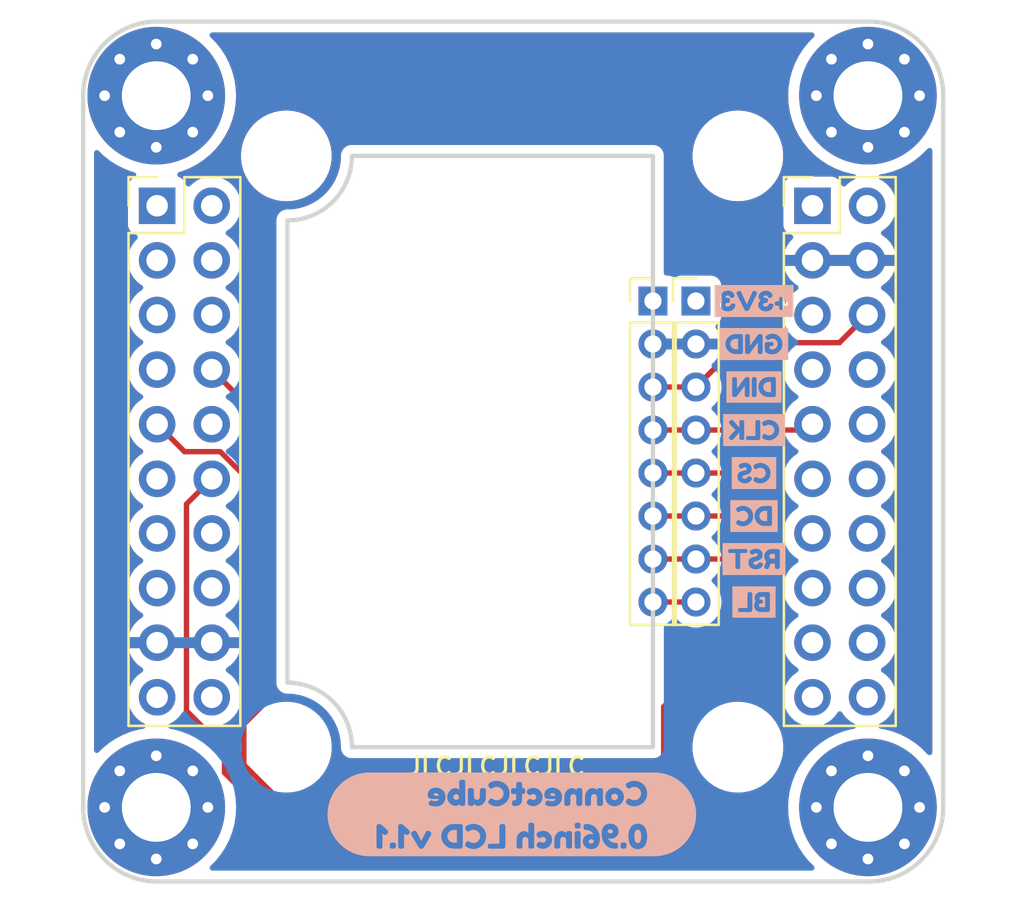
<source format=kicad_pcb>
(kicad_pcb (version 20211014) (generator pcbnew)
  (layers (0 "F.Cu" signal) (1 "In1.Cu" signal) (2 "In2.Cu" signal) (3 "In3.Cu" signal) (4 "In4.Cu" signal) (31 "B.Cu" signal) (34 "B.Paste" user) (35 "F.Paste" user) (36 "B.SilkS" user "B.Silkscreen") (37 "F.SilkS" user "F.Silkscreen") (38 "B.Mask" user) (39 "F.Mask" user) (44 "Edge.Cuts" user))
  (net 0 "")
  (net 1 "+5V")
  (net 2 "/EN")
  (net 3 "/IO34")
  (net 4 "/IO32")
  (net 5 "/IO35")
  (net 6 "/IO25")
  (net 7 "/IO33")
  (net 8 "/IO26")
  (net 9 "/IO12")
  (net 10 "GND")
  (net 11 "+3V3")
  (net 12 "/DIN")
  (net 13 "/CLK")
  (net 14 "/CS")
  (net 15 "/DC")
  (net 16 "/TXD0")
  (net 17 "/IO21")
  (net 18 "/RXD0")
  (net 19 "/IO19")
  (net 20 "/IO17")
  (net 21 "/IO5")
  (net 22 "/IO4")
  (net 23 "/IO16")
  (net 24 "/IO2")
  (net 25 "/IO0")
  (net 26 "/IO15")
  (net 27 "/IO13")
  (net 32 "/BL")
  (footprint "Connector_PinHeader_2.00mm:PinHeader_1x08_P2.00mm_Vertical" (layer "F.Cu") (at 85.55 95.25)
    (fp_text reference "J4" hide)
    (fp_text value "Conn_01x08_Male")
    (pad "1" thru_hole rect locked (at 0 0) (size 1.35 1.35) (drill 0.8) (layers *.Cu *.Mask) (net 11 "+3V3"))
    (pad "2" thru_hole oval locked (at 0 2) (size 1.35 1.35) (drill 0.8) (layers *.Cu *.Mask) (net 10 "GND"))
    (pad "3" thru_hole oval locked (at 0 4) (size 1.35 1.35) (drill 0.8) (layers *.Cu *.Mask) (net 12 "/DIN"))
    (pad "4" thru_hole oval locked (at 0 6) (size 1.35 1.35) (drill 0.8) (layers *.Cu *.Mask) (net 13 "/CLK"))
    (pad "5" thru_hole oval locked (at 0 8) (size 1.35 1.35) (drill 0.8) (layers *.Cu *.Mask) (net 14 "/CS"))
    (pad "6" thru_hole oval locked (at 0 10) (size 1.35 1.35) (drill 0.8) (layers *.Cu *.Mask) (net 15 "/DC"))
    (pad "7" thru_hole oval locked (at 0 12) (size 1.35 1.35) (drill 0.8) (layers *.Cu *.Mask) (net 7 "/IO33"))
    (pad "8" thru_hole oval locked (at 0 14) (size 1.35 1.35) (drill 0.8) (layers *.Cu *.Mask) (net 32 "/BL"))
  )
  (footprint "MountingHole:MountingHole_3.2mm_M3" (layer "F.Cu") (at 66.5 88.500002)
    (fp_text reference "H8" hide)
    (fp_text value "MountingHole")
    (pad "" np_thru_hole circle locked (at 0 0) (size 3.2 3.2) (drill 3.2) (layers *.Cu *.Mask))
  )
  (footprint "MountingHole:MountingHole_3.2mm_M3_Pad_Via" (layer "F.Cu") (at 93.55 118.8)
    (fp_text reference "H3" hide)
    (fp_text value "MountingHole")
    (pad "1" thru_hole circle locked (at 0 -2.4) (size 0.8 0.8) (drill 0.5) (layers *.Cu *.Mask))
    (pad "1" thru_hole circle locked (at 1.697056 1.697056) (size 0.8 0.8) (drill 0.5) (layers *.Cu *.Mask))
    (pad "1" thru_hole circle locked (at -1.697056 1.697056) (size 0.8 0.8) (drill 0.5) (layers *.Cu *.Mask))
    (pad "1" thru_hole circle locked (at -1.697056 -1.697056) (size 0.8 0.8) (drill 0.5) (layers *.Cu *.Mask))
    (pad "1" thru_hole circle locked (at 1.697056 -1.697056) (size 0.8 0.8) (drill 0.5) (layers *.Cu *.Mask))
    (pad "1" thru_hole circle locked (at 2.4 0) (size 0.8 0.8) (drill 0.5) (layers *.Cu *.Mask))
    (pad "1" thru_hole circle locked (at 0 2.4) (size 0.8 0.8) (drill 0.5) (layers *.Cu *.Mask))
    (pad "1" thru_hole circle locked (at 0 0) (size 6.4 6.4) (drill 3.2) (layers *.Cu *.Mask))
    (pad "1" thru_hole circle locked (at -2.4 0) (size 0.8 0.8) (drill 0.5) (layers *.Cu *.Mask))
  )
  (footprint "MountingHole:MountingHole_3.2mm_M3_Pad_Via" (layer "F.Cu") (at 60.45 85.7)
    (fp_text reference "H2" hide)
    (fp_text value "MountingHole")
    (pad "1" thru_hole circle locked (at 0 -2.4) (size 0.8 0.8) (drill 0.5) (layers *.Cu *.Mask))
    (pad "1" thru_hole circle locked (at -1.697056 1.697056) (size 0.8 0.8) (drill 0.5) (layers *.Cu *.Mask))
    (pad "1" thru_hole circle locked (at -2.4 0) (size 0.8 0.8) (drill 0.5) (layers *.Cu *.Mask))
    (pad "1" thru_hole circle locked (at 1.697056 -1.697056) (size 0.8 0.8) (drill 0.5) (layers *.Cu *.Mask))
    (pad "1" thru_hole circle locked (at 0 0) (size 6.4 6.4) (drill 3.2) (layers *.Cu *.Mask))
    (pad "1" thru_hole circle locked (at -1.697056 -1.697056) (size 0.8 0.8) (drill 0.5) (layers *.Cu *.Mask))
    (pad "1" thru_hole circle locked (at 0 2.4) (size 0.8 0.8) (drill 0.5) (layers *.Cu *.Mask))
    (pad "1" thru_hole circle locked (at 2.4 0) (size 0.8 0.8) (drill 0.5) (layers *.Cu *.Mask))
    (pad "1" thru_hole circle locked (at 1.697056 1.697056) (size 0.8 0.8) (drill 0.5) (layers *.Cu *.Mask))
  )
  (footprint "Connector_PinHeader_2.54mm:PinHeader_2x10_P2.54mm_Vertical" (layer "F.Cu") (at 60.49 90.82)
    (fp_text reference "J1" hide)
    (fp_text value "Conn_02x10_Odd_Even")
    (pad "1" thru_hole rect locked (at 0 0) (size 1.7 1.7) (drill 1) (layers *.Cu *.Mask) (net 1 "+5V"))
    (pad "2" thru_hole oval locked (at 2.54 0) (size 1.7 1.7) (drill 1) (layers *.Cu *.Mask) (net 1 "+5V"))
    (pad "3" thru_hole oval locked (at 0 2.54) (size 1.7 1.7) (drill 1) (layers *.Cu *.Mask) (net 2 "/EN"))
    (pad "4" thru_hole oval locked (at 2.54 2.54) (size 1.7 1.7) (drill 1) (layers *.Cu *.Mask) (net 3 "/IO34"))
    (pad "5" thru_hole oval locked (at 0 5.08) (size 1.7 1.7) (drill 1) (layers *.Cu *.Mask) (net 4 "/IO32"))
    (pad "6" thru_hole oval locked (at 2.54 5.08) (size 1.7 1.7) (drill 1) (layers *.Cu *.Mask) (net 5 "/IO35"))
    (pad "7" thru_hole oval locked (at 0 7.62) (size 1.7 1.7) (drill 1) (layers *.Cu *.Mask) (net 6 "/IO25"))
    (pad "8" thru_hole oval locked (at 2.54 7.62) (size 1.7 1.7) (drill 1) (layers *.Cu *.Mask) (net 7 "/IO33"))
    (pad "9" thru_hole oval locked (at 0 10.16) (size 1.7 1.7) (drill 1) (layers *.Cu *.Mask) (net 15 "/DC"))
    (pad "10" thru_hole oval locked (at 2.54 10.16) (size 1.7 1.7) (drill 1) (layers *.Cu *.Mask) (net 8 "/IO26"))
    (pad "11" thru_hole oval locked (at 0 12.7) (size 1.7 1.7) (drill 1) (layers *.Cu *.Mask) (net 9 "/IO12"))
    (pad "12" thru_hole oval locked (at 2.54 12.7) (size 1.7 1.7) (drill 1) (layers *.Cu *.Mask) (net 14 "/CS"))
    (pad "13" thru_hole oval locked (at 0 15.24) (size 1.7 1.7) (drill 1) (layers *.Cu *.Mask))
    (pad "14" thru_hole oval locked (at 2.54 15.24) (size 1.7 1.7) (drill 1) (layers *.Cu *.Mask))
    (pad "15" thru_hole oval locked (at 0 17.78) (size 1.7 1.7) (drill 1) (layers *.Cu *.Mask))
    (pad "16" thru_hole oval locked (at 2.54 17.78) (size 1.7 1.7) (drill 1) (layers *.Cu *.Mask))
    (pad "17" thru_hole oval locked (at 0 20.32) (size 1.7 1.7) (drill 1) (layers *.Cu *.Mask) (net 10 "GND"))
    (pad "18" thru_hole oval locked (at 2.54 20.32) (size 1.7 1.7) (drill 1) (layers *.Cu *.Mask) (net 10 "GND"))
    (pad "19" thru_hole oval locked (at 0 22.86) (size 1.7 1.7) (drill 1) (layers *.Cu *.Mask) (net 11 "+3V3"))
    (pad "20" thru_hole oval locked (at 2.54 22.86) (size 1.7 1.7) (drill 1) (layers *.Cu *.Mask) (net 11 "+3V3"))
  )
  (footprint "MountingHole:MountingHole_3.2mm_M3_Pad_Via" (layer "F.Cu") (at 60.45 118.8)
    (fp_text reference "H1" hide)
    (fp_text value "MountingHole")
    (pad "1" thru_hole circle locked (at 2.4 0) (size 0.8 0.8) (drill 0.5) (layers *.Cu *.Mask))
    (pad "1" thru_hole circle locked (at -2.4 0) (size 0.8 0.8) (drill 0.5) (layers *.Cu *.Mask))
    (pad "1" thru_hole circle locked (at -1.697056 1.697056) (size 0.8 0.8) (drill 0.5) (layers *.Cu *.Mask))
    (pad "1" thru_hole circle locked (at -1.697056 -1.697056) (size 0.8 0.8) (drill 0.5) (layers *.Cu *.Mask))
    (pad "1" thru_hole circle locked (at 0 0) (size 6.4 6.4) (drill 3.2) (layers *.Cu *.Mask))
    (pad "1" thru_hole circle locked (at 1.697056 1.697056) (size 0.8 0.8) (drill 0.5) (layers *.Cu *.Mask))
    (pad "1" thru_hole circle locked (at 0 -2.4) (size 0.8 0.8) (drill 0.5) (layers *.Cu *.Mask))
    (pad "1" thru_hole circle locked (at 0 2.4) (size 0.8 0.8) (drill 0.5) (layers *.Cu *.Mask))
    (pad "1" thru_hole circle locked (at 1.697056 -1.697056) (size 0.8 0.8) (drill 0.5) (layers *.Cu *.Mask))
  )
  (footprint "MountingHole:MountingHole_3.2mm_M3" (layer "F.Cu") (at 87.5 88.500002)
    (fp_text reference "H6" hide)
    (fp_text value "MountingHole")
    (pad "" np_thru_hole circle locked (at 0 0) (size 3.2 3.2) (drill 3.2) (layers *.Cu *.Mask))
  )
  (footprint "Connector_PinHeader_2.54mm:PinHeader_2x10_P2.54mm_Vertical" (layer "F.Cu") (at 90.97 90.82)
    (fp_text reference "J3" hide)
    (fp_text value "Conn_02x10_Odd_Even")
    (pad "1" thru_hole rect locked (at 0 0) (size 1.7 1.7) (drill 1) (layers *.Cu *.Mask) (net 11 "+3V3"))
    (pad "2" thru_hole oval locked (at 2.54 0) (size 1.7 1.7) (drill 1) (layers *.Cu *.Mask) (net 11 "+3V3"))
    (pad "3" thru_hole oval locked (at 0 2.54) (size 1.7 1.7) (drill 1) (layers *.Cu *.Mask) (net 10 "GND"))
    (pad "4" thru_hole oval locked (at 2.54 2.54) (size 1.7 1.7) (drill 1) (layers *.Cu *.Mask) (net 10 "GND"))
    (pad "5" thru_hole oval locked (at 0 5.08) (size 1.7 1.7) (drill 1) (layers *.Cu *.Mask) (net 16 "/TXD0"))
    (pad "6" thru_hole oval locked (at 2.54 5.08) (size 1.7 1.7) (drill 1) (layers *.Cu *.Mask) (net 12 "/DIN"))
    (pad "7" thru_hole oval locked (at 0 7.62) (size 1.7 1.7) (drill 1) (layers *.Cu *.Mask) (net 17 "/IO21"))
    (pad "8" thru_hole oval locked (at 2.54 7.62) (size 1.7 1.7) (drill 1) (layers *.Cu *.Mask) (net 18 "/RXD0"))
    (pad "9" thru_hole oval locked (at 0 10.16) (size 1.7 1.7) (drill 1) (layers *.Cu *.Mask) (net 13 "/CLK"))
    (pad "10" thru_hole oval locked (at 2.54 10.16) (size 1.7 1.7) (drill 1) (layers *.Cu *.Mask) (net 19 "/IO19"))
    (pad "11" thru_hole oval locked (at 0 12.7) (size 1.7 1.7) (drill 1) (layers *.Cu *.Mask) (net 20 "/IO17"))
    (pad "12" thru_hole oval locked (at 2.54 12.7) (size 1.7 1.7) (drill 1) (layers *.Cu *.Mask) (net 21 "/IO5"))
    (pad "13" thru_hole oval locked (at 0 15.24) (size 1.7 1.7) (drill 1) (layers *.Cu *.Mask) (net 22 "/IO4"))
    (pad "14" thru_hole oval locked (at 2.54 15.24) (size 1.7 1.7) (drill 1) (layers *.Cu *.Mask) (net 23 "/IO16"))
    (pad "15" thru_hole oval locked (at 0 17.78) (size 1.7 1.7) (drill 1) (layers *.Cu *.Mask) (net 24 "/IO2"))
    (pad "16" thru_hole oval locked (at 2.54 17.78) (size 1.7 1.7) (drill 1) (layers *.Cu *.Mask) (net 25 "/IO0"))
    (pad "17" thru_hole oval locked (at 0 20.32) (size 1.7 1.7) (drill 1) (layers *.Cu *.Mask) (net 26 "/IO15"))
    (pad "18" thru_hole oval locked (at 2.54 20.32) (size 1.7 1.7) (drill 1) (layers *.Cu *.Mask) (net 27 "/IO13"))
    (pad "19" thru_hole oval locked (at 0 22.86) (size 1.7 1.7) (drill 1) (layers *.Cu *.Mask) (net 1 "+5V"))
    (pad "20" thru_hole oval locked (at 2.54 22.86) (size 1.7 1.7) (drill 1) (layers *.Cu *.Mask) (net 1 "+5V"))
  )
  (footprint "MountingHole:MountingHole_3.2mm_M3_Pad_Via" (layer "F.Cu") (at 93.55 85.7)
    (fp_text reference "H4" hide)
    (fp_text value "MountingHole")
    (pad "1" thru_hole circle locked (at 2.4 0) (size 0.8 0.8) (drill 0.5) (layers *.Cu *.Mask))
    (pad "1" thru_hole circle locked (at 0 -2.4) (size 0.8 0.8) (drill 0.5) (layers *.Cu *.Mask))
    (pad "1" thru_hole circle locked (at 1.697056 1.697056) (size 0.8 0.8) (drill 0.5) (layers *.Cu *.Mask))
    (pad "1" thru_hole circle locked (at -1.697056 -1.697056) (size 0.8 0.8) (drill 0.5) (layers *.Cu *.Mask))
    (pad "1" thru_hole circle locked (at -1.697056 1.697056) (size 0.8 0.8) (drill 0.5) (layers *.Cu *.Mask))
    (pad "1" thru_hole circle locked (at 0 2.4) (size 0.8 0.8) (drill 0.5) (layers *.Cu *.Mask))
    (pad "1" thru_hole circle locked (at 0 0) (size 6.4 6.4) (drill 3.2) (layers *.Cu *.Mask))
    (pad "1" thru_hole circle locked (at 1.697056 -1.697056) (size 0.8 0.8) (drill 0.5) (layers *.Cu *.Mask))
    (pad "1" thru_hole circle locked (at -2.4 0) (size 0.8 0.8) (drill 0.5) (layers *.Cu *.Mask))
  )
  (footprint "MountingHole:MountingHole_3.2mm_M3" (layer "F.Cu") (at 87.5 115.999998)
    (fp_text reference "H5" hide)
    (fp_text value "MountingHole")
    (pad "" np_thru_hole circle locked (at 0 0) (size 3.2 3.2) (drill 3.2) (layers *.Cu *.Mask))
  )
  (footprint "MountingHole:MountingHole_3.2mm_M3" (layer "F.Cu") (at 66.5 115.999998)
    (fp_text reference "H7" hide)
    (fp_text value "MountingHole")
    (pad "" np_thru_hole circle locked (at 0 0) (size 3.2 3.2) (drill 3.2) (layers *.Cu *.Mask))
  )
  (footprint "Connector_PinHeader_2.00mm:PinHeader_1x08_P2.00mm_Vertical" (layer "F.Cu") (at 83.55 95.25)
    (fp_text reference "J2" hide)
    (fp_text value "Conn_01x08_Male")
    (pad "1" thru_hole rect locked (at 0 0) (size 1.35 1.35) (drill 0.8) (layers *.Cu *.Mask) (net 11 "+3V3"))
    (pad "2" thru_hole oval locked (at 0 2) (size 1.35 1.35) (drill 0.8) (layers *.Cu *.Mask) (net 10 "GND"))
    (pad "3" thru_hole oval locked (at 0 4) (size 1.35 1.35) (drill 0.8) (layers *.Cu *.Mask) (net 12 "/DIN"))
    (pad "4" thru_hole oval locked (at 0 6) (size 1.35 1.35) (drill 0.8) (layers *.Cu *.Mask) (net 13 "/CLK"))
    (pad "5" thru_hole oval locked (at 0 8) (size 1.35 1.35) (drill 0.8) (layers *.Cu *.Mask) (net 14 "/CS"))
    (pad "6" thru_hole oval locked (at 0 10) (size 1.35 1.35) (drill 0.8) (layers *.Cu *.Mask) (net 15 "/DC"))
    (pad "7" thru_hole oval locked (at 0 12) (size 1.35 1.35) (drill 0.8) (layers *.Cu *.Mask) (net 7 "/IO33"))
    (pad "8" thru_hole oval locked (at 0 14) (size 1.35 1.35) (drill 0.8) (layers *.Cu *.Mask) (net 32 "/BL"))
  )
  (footprint "kibuzzard-6404916C" (layer "B.Cu") (at 88.25 101.25 180)
    (fp_text reference "kibuzzard-6404916C" hide)
    (fp_text value "G***" hide)
  )
  (footprint "kibuzzard-64049156" (layer "B.Cu") (at 88.25 97.25 180)
    (fp_text reference "kibuzzard-64049156" hide)
    (fp_text value "G***" hide)
  )
  (footprint "kibuzzard-64049163" (layer "B.Cu") (at 88.25 99.25 180)
    (fp_text reference "kibuzzard-64049163" hide)
    (fp_text value "G***" hide)
  )
  (footprint "kibuzzard-640490BE" (layer "B.Cu") (at 88.25 95.25 180)
    (fp_text reference "kibuzzard-640490BE" hide)
    (fp_text value "G***" hide)
  )
  (footprint "kibuzzard-64049199" (layer "B.Cu") (at 88.25 107.25 180)
    (fp_text reference "kibuzzard-64049199" hide)
    (fp_text value "G***" hide)
  )
  (footprint "kibuzzard-64147912" (layer "B.Cu") (at 76.9874 119.126 180)
    (fp_text reference "kibuzzard-64147912" hide)
    (fp_text value "G***" hide)
  )
  (footprint "kibuzzard-6404917C" (layer "B.Cu") (at 88.25 105.25 180)
    (fp_text reference "kibuzzard-6404917C" hide)
    (fp_text value "G***" hide)
  )
  (footprint "kibuzzard-64049174" (layer "B.Cu") (at 88.25 103.25 180)
    (fp_text reference "kibuzzard-64049174" hide)
    (fp_text value "G***" hide)
  )
  (footprint "kibuzzard-640491A0" (layer "B.Cu") (at 88.25 109.25 180)
    (fp_text reference "kibuzzard-640491A0" hide)
    (fp_text value "G***" hide)
  )
  (gr_arc (start 69.55 88.5) (mid 68.67132 90.62132) (end 66.55 91.5) (layer "Edge.Cuts") (width 0.2))
  (gr_line (start 83.55 115.999999) (end 69.55 116) (layer "Edge.Cuts") (width 0.2))
  (gr_arc (start 97.05 118.8) (mid 96.039518 121.239518) (end 93.6 122.25) (layer "Edge.Cuts") (width 0.2))
  (gr_line (start 60.499999 82.25) (end 93.6 82.25) (layer "Edge.Cuts") (width 0.2))
  (gr_arc (start 57.05 85.7) (mid 58.060481 83.260482) (end 60.499999 82.25) (layer "Edge.Cuts") (width 0.2))
  (gr_line (start 93.6 122.25) (end 60.5 122.25) (layer "Edge.Cuts") (width 0.2))
  (gr_line (start 66.55 113) (end 66.55 91.5) (layer "Edge.Cuts") (width 0.2))
  (gr_line (start 69.55 88.5) (end 83.55 88.5) (layer "Edge.Cuts") (width 0.2))
  (gr_line (start 57.05 118.8) (end 57.05 85.7) (layer "Edge.Cuts") (width 0.2))
  (gr_line (start 83.55 88.5) (end 83.55 115.999999) (layer "Edge.Cuts") (width 0.2))
  (gr_line (start 97.05 85.7) (end 97.05 118.8) (layer "Edge.Cuts") (width 0.2))
  (gr_arc (start 93.6 82.25) (mid 96.039518 83.260482) (end 97.05 85.7) (layer "Edge.Cuts") (width 0.2))
  (gr_arc (start 60.5 122.25) (mid 58.060482 121.239518) (end 57.05 118.8) (layer "Edge.Cuts") (width 0.2))
  (gr_arc (start 66.55 113) (mid 68.67132 113.87868) (end 69.55 116) (layer "Edge.Cuts") (width 0.2))
  (gr_text "JLCJLCJLCJLC" (at 76.2762 116.8908) (layer "F.SilkS") (effects (font (size 0.8 0.8))))
  (segment (start 63.03 98.44) (end 65.4304 100.8404) (width 0.25) (layer "F.Cu") (net 7))
  (segment (start 64.525479 116.817872) (end 66.808207 119.1006) (width 0.25) (layer "F.Cu") (net 7))
  (segment (start 81.6356 119.1006) (end 84.0486 116.6876) (width 0.25) (layer "F.Cu") (net 7))
  (segment (start 88.20416 108.16856) (end 87.2856 107.25) (width 0.25) (layer "F.Cu") (net 7))
  (segment (start 88.20416 109.96664) (end 88.20416 108.16856) (width 0.25) (layer "F.Cu") (net 7))
  (segment (start 64.525479 114.925521) (end 64.525479 116.817872) (width 0.25) (layer "F.Cu") (net 7))
  (segment (start 65.4304 114.0206) (end 64.525479 114.925521) (width 0.25) (layer "F.Cu") (net 7))
  (segment (start 85.55 107.25) (end 83.67502 107.25) (width 0.25) (layer "F.Cu") (net 7))
  (segment (start 84.0486 116.6876) (end 84.0486 114.1222) (width 0.25) (layer "F.Cu") (net 7))
  (segment (start 65.4304 100.8404) (end 65.4304 114.0206) (width 0.25) (layer "F.Cu") (net 7))
  (segment (start 84.0486 114.1222) (end 88.20416 109.96664) (width 0.25) (layer "F.Cu") (net 7))
  (segment (start 87.2856 107.25) (end 85.55 107.25) (width 0.25) (layer "F.Cu") (net 7))
  (segment (start 66.808207 119.1006) (end 81.6356 119.1006) (width 0.25) (layer "F.Cu") (net 7))
  (segment (start 92.2221 97.1879) (end 87.6121 97.1879) (width 0.25) (layer "F.Cu") (net 12))
  (segment (start 85.55 99.25) (end 87.6121 97.1879) (width 0.25) (layer "F.Cu") (net 12))
  (segment (start 93.51 95.9) (end 92.2221 97.1879) (width 0.25) (layer "F.Cu") (net 12))
  (segment (start 85.55 99.25) (end 83.67502 99.25) (width 0.25) (layer "F.Cu") (net 12))
  (segment (start 85.55 101.25) (end 83.67502 101.25) (width 0.25) (layer "F.Cu") (net 13))
  (segment (start 90.7 101.25) (end 90.97 100.98) (width 0.25) (layer "F.Cu") (net 13))
  (segment (start 85.55 101.25) (end 90.7 101.25) (width 0.25) (layer "F.Cu") (net 13))
  (segment (start 66.435811 119.99964) (end 63.626439 117.190268) (width 0.25) (layer "F.Cu") (net 14))
  (segment (start 63.626439 117.190268) (end 63.626439 116.078561) (width 0.25) (layer "F.Cu") (net 14))
  (segment (start 85.55 103.25) (end 83.67502 103.25) (width 0.25) (layer "F.Cu") (net 14))
  (segment (start 61.855489 114.307611) (end 61.855489 104.694511) (width 0.25) (layer "F.Cu") (net 14))
  (segment (start 89.1032 104.8258) (end 89.1032 110.339035) (width 0.25) (layer "F.Cu") (net 14))
  (segment (start 61.855489 104.694511) (end 63.03 103.52) (width 0.25) (layer "F.Cu") (net 14))
  (segment (start 84.94764 114.494595) (end 84.94764 117.13476) (width 0.25) (layer "F.Cu") (net 14))
  (segment (start 85.55 103.25) (end 87.5274 103.25) (width 0.25) (layer "F.Cu") (net 14))
  (segment (start 63.626439 116.078561) (end 61.855489 114.307611) (width 0.25) (layer "F.Cu") (net 14))
  (segment (start 82.08276 119.99964) (end 66.89356 119.99964) (width 0.25) (layer "F.Cu") (net 14))
  (segment (start 84.94764 117.13476) (end 82.08276 119.99964) (width 0.25) (layer "F.Cu") (net 14))
  (segment (start 89.1032 110.339035) (end 84.94764 114.494595) (width 0.25) (layer "F.Cu") (net 14))
  (segment (start 87.5274 103.25) (end 89.1032 104.8258) (width 0.25) (layer "F.Cu") (net 14))
  (segment (start 66.89356 119.99964) (end 66.435811 119.99964) (width 0.25) (layer "F.Cu") (net 14))
  (segment (start 88.65368 106.41848) (end 88.65368 110.152837) (width 0.25) (layer "F.Cu") (net 15))
  (segment (start 66.622009 119.55012) (end 64.075959 117.00407) (width 0.25) (layer "F.Cu") (net 15))
  (segment (start 88.65368 110.152837) (end 84.49812 114.308397) (width 0.25) (layer "F.Cu") (net 15))
  (segment (start 64.075959 114.739324) (end 64.98088 113.834403) (width 0.25) (layer "F.Cu") (net 15))
  (segment (start 64.075959 117.00407) (end 64.075959 114.739324) (width 0.25) (layer "F.Cu") (net 15))
  (segment (start 64.98088 113.834403) (end 64.98088 103.80987) (width 0.25) (layer "F.Cu") (net 15))
  (segment (start 87.4852 105.25) (end 88.65368 106.41848) (width 0.25) (layer "F.Cu") (net 15))
  (segment (start 63.427605 102.256595) (end 61.766595 102.256595) (width 0.25) (layer "F.Cu") (net 15))
  (segment (start 85.55 105.25) (end 87.4852 105.25) (width 0.25) (layer "F.Cu") (net 15))
  (segment (start 61.766595 102.256595) (end 60.49 100.98) (width 0.25) (layer "F.Cu") (net 15))
  (segment (start 81.821797 119.55012) (end 66.622009 119.55012) (width 0.25) (layer "F.Cu") (net 15))
  (segment (start 84.49812 116.873797) (end 81.821797 119.55012) (width 0.25) (layer "F.Cu") (net 15))
  (segment (start 85.55 105.25) (end 83.67502 105.25) (width 0.25) (layer "F.Cu") (net 15))
  (segment (start 84.49812 114.308397) (end 84.49812 116.873797) (width 0.25) (layer "F.Cu") (net 15))
  (segment (start 64.98088 103.80987) (end 63.427605 102.256595) (width 0.25) (layer "F.Cu") (net 15))
  (segment (start 85.55 109.25) (end 83.67502 109.25) (width 0.25) (layer "F.Cu") (net 32))
  (zone (net 10) (net_name "GND") (layers F&B.Cu) (connect_pads (clearance 0.508)) (min_thickness 0.254) (fill yes (thermal_gap 0.508) (thermal_bridge_width 0.508))
    (polygon (pts (xy 98.75 81.75) (xy 98 122.5) (xy 56.25 122.5) (xy 56.25 81.25)))
  )
)
</source>
